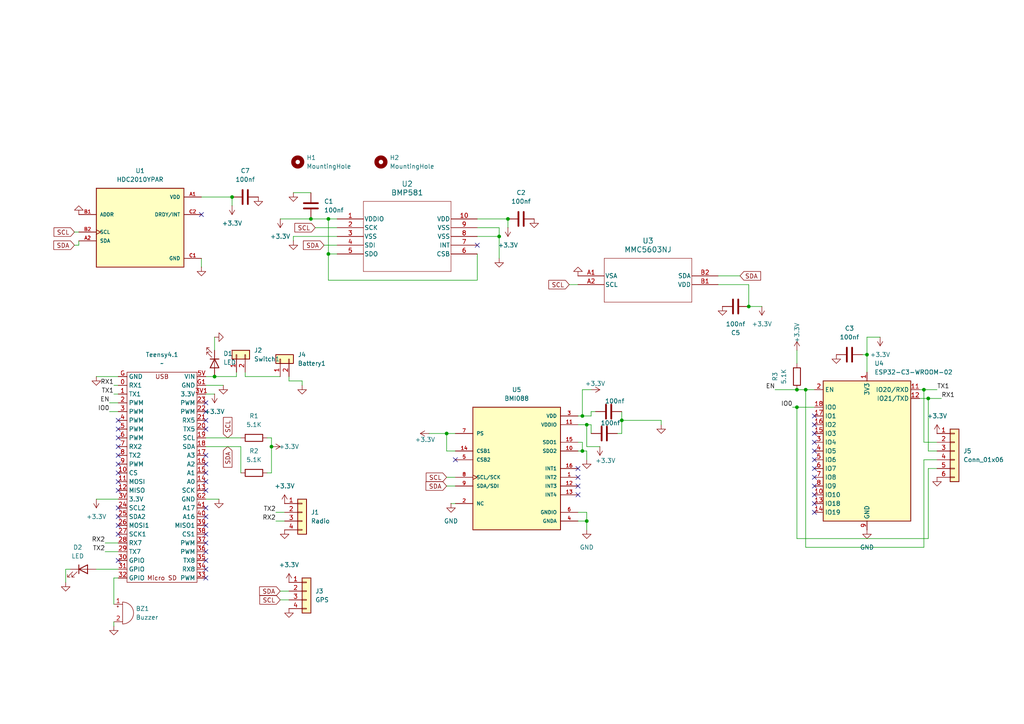
<source format=kicad_sch>
(kicad_sch (version 20250114) (generator "eeschema") (generator_version "9.0")
  (paper "A4")
  (lib_symbols
    (symbol "Altimer parts:BMP581" (pin_names (offset 0.254))
      (property "Reference" "U" (at 20.32 10.16 0))
      (property "Value" "BMP581" (at 20.32 7.62 0))
      (symbol "BMP581_0_1"
        (polyline (pts (xy 7.62 5.08) (xy 7.62 -15.24)) (stroke (width 0.127)))
        (polyline (pts (xy 7.62 -15.24) (xy 33.02 -15.24)) (stroke (width 0.127)))
        (polyline (pts (xy 33.02 5.08) (xy 7.62 5.08)) (stroke (width 0.127)))
        (polyline (pts (xy 33.02 -15.24) (xy 33.02 5.08)) (stroke (width 0.127)))
        (pin power_in line (at 0 0 0) (length 7.62) (name "VDDIO") (number "1"))
        (pin unspecified line (at 0 -2.54 0) (length 7.62) (name "SCK") (number "2"))
        (pin power_out line (at 0 -5.08 0) (length 7.62) (name "VSS") (number "3"))
        (pin unspecified line (at 0 -7.62 0) (length 7.62) (name "SDI") (number "4"))
        (pin unspecified line (at 0 -10.16 0) (length 7.62) (name "SDO") (number "5"))
        (pin power_in line (at 40.64 0 180) (length 7.62) (name "VDD") (number "10"))
        (pin power_out line (at 40.64 -2.54 180) (length 7.62) (name "VSS") (number "9"))
        (pin power_out line (at 40.64 -5.08 180) (length 7.62) (name "VSS") (number "8"))
        (pin input line (at 40.64 -7.62 180) (length 7.62) (name "INT") (number "7"))
        (pin unspecified line (at 40.64 -10.16 180) (length 7.62) (name "CSB") (number "6"))
      )
    )
    (symbol "Connector_Generic:Conn_01x02" (pin_names (offset 1.016) (hide yes))
      (property "Reference" "J" (at 0 2.54 0))
      (property "Value" "Conn_01x02" (at 0 -5.08 0))
      (symbol "Conn_01x02_1_1"
        (rectangle (start -1.27 1.27) (end 1.27 -3.81) (stroke (width 0.254)) (fill (type background)))
        (rectangle (start -1.27 0.127) (end 0 -0.127) (stroke (width 0.1524)))
        (rectangle (start -1.27 -2.413) (end 0 -2.667) (stroke (width 0.1524)))
        (pin passive line (at -5.08 0 0) (length 3.81) (name "Pin_1") (number "1"))
        (pin passive line (at -5.08 -2.54 0) (length 3.81) (name "Pin_2") (number "2"))
      )
    )
    (symbol "Connector_Generic:Conn_01x04" (pin_names (offset 1.016) (hide yes))
      (property "Reference" "J" (at 0 5.08 0))
      (property "Value" "Conn_01x04" (at 0 -7.62 0))
      (symbol "Conn_01x04_1_1"
        (rectangle (start -1.27 3.81) (end 1.27 -6.35) (stroke (width 0.254)) (fill (type background)))
        (rectangle (start -1.27 2.667) (end 0 2.413) (stroke (width 0.1524)))
        (rectangle (start -1.27 0.127) (end 0 -0.127) (stroke (width 0.1524)))
        (rectangle (start -1.27 -2.413) (end 0 -2.667) (stroke (width 0.1524)))
        (rectangle (start -1.27 -4.953) (end 0 -5.207) (stroke (width 0.1524)))
        (pin passive line (at -5.08 2.54 0) (length 3.81) (name "Pin_1") (number "1"))
        (pin passive line (at -5.08 0 0) (length 3.81) (name "Pin_2") (number "2"))
        (pin passive line (at -5.08 -2.54 0) (length 3.81) (name "Pin_3") (number "3"))
        (pin passive line (at -5.08 -5.08 0) (length 3.81) (name "Pin_4") (number "4"))
      )
    )
    (symbol "Connector_Generic:Conn_01x06" (pin_names (offset 1.016) (hide yes))
      (property "Reference" "J" (at 0 7.62 0))
      (property "Value" "Conn_01x06" (at 0 -10.16 0))
      (symbol "Conn_01x06_1_1"
        (rectangle (start -1.27 6.35) (end 1.27 -8.89) (stroke (width 0.254)) (fill (type background)))
        (rectangle (start -1.27 5.207) (end 0 4.953) (stroke (width 0.1524)))
        (rectangle (start -1.27 2.667) (end 0 2.413) (stroke (width 0.1524)))
        (rectangle (start -1.27 0.127) (end 0 -0.127) (stroke (width 0.1524)))
        (rectangle (start -1.27 -2.413) (end 0 -2.667) (stroke (width 0.1524)))
        (rectangle (start -1.27 -4.953) (end 0 -5.207) (stroke (width 0.1524)))
        (rectangle (start -1.27 -7.493) (end 0 -7.747) (stroke (width 0.1524)))
        (pin passive line (at -5.08 5.08 0) (length 3.81) (name "Pin_1") (number "1"))
        (pin passive line (at -5.08 2.54 0) (length 3.81) (name "Pin_2") (number "2"))
        (pin passive line (at -5.08 0 0) (length 3.81) (name "Pin_3") (number "3"))
        (pin passive line (at -5.08 -2.54 0) (length 3.81) (name "Pin_4") (number "4"))
        (pin passive line (at -5.08 -5.08 0) (length 3.81) (name "Pin_5") (number "5"))
        (pin passive line (at -5.08 -7.62 0) (length 3.81) (name "Pin_6") (number "6"))
      )
    )
    (symbol "Device:Buzzer" (pin_names (offset 0.0254) (hide yes))
      (property "Reference" "BZ" (at 3.81 1.27 0))
      (property "Value" "Buzzer" (at 3.81 -1.27 0))
      (symbol "Buzzer_0_1"
        (polyline (pts (xy -1.651 1.905) (xy -1.143 1.905)))
        (polyline (pts (xy -1.397 2.159) (xy -1.397 1.651)))
        (arc (start 0 3.175) (mid 3.1612 0) (end 0 -3.175))
        (polyline (pts (xy 0 3.175) (xy 0 -3.175)))
      )
      (symbol "Buzzer_1_1"
        (pin passive line (at -2.54 2.54 0) (length 2.54) (name "+") (number "1"))
        (pin passive line (at -2.54 -2.54 0) (length 2.54) (name "-") (number "2"))
      )
    )
    (symbol "Device:C" (pin_numbers (hide yes)) (pin_names (offset 0.254))
      (property "Reference" "C" (at 0.635 2.54 0))
      (property "Value" "C" (at 0.635 -2.54 0))
      (symbol "C_0_1"
        (polyline (pts (xy -2.032 0.762) (xy 2.032 0.762)) (stroke (width 0.508)))
        (polyline (pts (xy -2.032 -0.762) (xy 2.032 -0.762)) (stroke (width 0.508)))
      )
      (symbol "C_1_1"
        (pin passive line (at 0 3.81 270) (length 2.794) (name "~") (number "1"))
        (pin passive line (at 0 -3.81 90) (length 2.794) (name "~") (number "2"))
      )
    )
    (symbol "Device:LED" (pin_numbers (hide yes)) (pin_names (offset 1.016) (hide yes))
      (property "Reference" "D" (at 0 2.54 0))
      (property "Value" "LED" (at 0 -2.54 0))
      (symbol "LED_0_1"
        (polyline (pts (xy -3.048 -0.762) (xy -4.572 -2.286) (xy -3.81 -2.286) (xy -4.572 -2.286) (xy -4.572 -1.524)))
        (polyline (pts (xy -1.778 -0.762) (xy -3.302 -2.286) (xy -2.54 -2.286) (xy -3.302 -2.286) (xy -3.302 -1.524)))
        (polyline (pts (xy -1.27 0) (xy 1.27 0)))
        (polyline (pts (xy -1.27 -1.27) (xy -1.27 1.27)) (stroke (width 0.254)))
        (polyline (pts (xy 1.27 -1.27) (xy 1.27 1.27) (xy -1.27 0) (xy 1.27 -1.27)) (stroke (width 0.254)))
      )
      (symbol "LED_1_1"
        (pin passive line (at -3.81 0 0) (length 2.54) (name "K") (number "1"))
        (pin passive line (at 3.81 0 180) (length 2.54) (name "A") (number "2"))
      )
    )
    (symbol "Device:R" (pin_numbers (hide yes)) (pin_names (offset 0))
      (property "Reference" "R" (at 2.032 0 90))
      (property "Value" "R" (at 0 0 90))
      (symbol "R_0_1"
        (rectangle (start -1.016 -2.54) (end 1.016 2.54) (stroke (width 0.254)))
      )
      (symbol "R_1_1"
        (pin passive line (at 0 3.81 270) (length 1.27) (name "~") (number "1"))
        (pin passive line (at 0 -3.81 90) (length 1.27) (name "~") (number "2"))
      )
    )
    (symbol "HDC2010YPAR:HDC2010YPAR" (pin_names (offset 1.016))
      (property "Reference" "U" (at -12.7 11.43 0))
      (property "Value" "HDC2010YPAR" (at -12.7 -13.97 0))
      (symbol "HDC2010YPAR_0_0"
        (rectangle (start -12.7 -12.7) (end 12.7 10.16) (stroke (width 0.254)) (fill (type background)))
        (pin input line (at -17.78 2.54 0) (length 5.08) (name "ADDR") (number "B1"))
        (pin input clock (at -17.78 -2.54 0) (length 5.08) (name "SCL") (number "B2"))
        (pin bidirectional line (at -17.78 -5.08 0) (length 5.08) (name "SDA") (number "A2"))
        (pin power_in line (at 17.78 7.62 180) (length 5.08) (name "VDD") (number "A1"))
        (pin output line (at 17.78 2.54 180) (length 5.08) (name "DRDY/INT") (number "C2"))
        (pin power_in line (at 17.78 -10.16 180) (length 5.08) (name "GND") (number "C1"))
      )
    )
    (symbol "Mechanical:MountingHole" (pin_names (offset 1.016)) (in_bom no)
      (property "Reference" "H" (at 0 5.08 0))
      (property "Value" "MountingHole" (at 0 3.175 0))
      (symbol "MountingHole_0_1"
        (circle (center 0 0) (radius 1.27) (stroke (width 1.27)))
      )
    )
    (symbol "New IMU:BMI088" (pin_names (offset 1.016))
      (property "Reference" "U" (at -12.7 18.415 0))
      (property "Value" "BMI088" (at -12.7 -20.32 0))
      (symbol "BMI088_0_0"
        (rectangle (start -12.7 -17.78) (end 12.7 17.78) (stroke (width 0.254)) (fill (type background)))
        (pin input line (at -17.78 10.16 0) (length 5.08) (name "PS") (number "7"))
        (pin input line (at -17.78 5.08 0) (length 5.08) (name "CSB1") (number "14"))
        (pin input line (at -17.78 2.54 0) (length 5.08) (name "CSB2") (number "5"))
        (pin input clock (at -17.78 -2.54 0) (length 5.08) (name "SCL/SCK") (number "8"))
        (pin bidirectional line (at -17.78 -5.08 0) (length 5.08) (name "SDA/SDI") (number "9"))
        (pin passive line (at -17.78 -10.16 0) (length 5.08) (name "NC") (number "2"))
        (pin power_in line (at 17.78 15.24 180) (length 5.08) (name "VDD") (number "3"))
        (pin power_in line (at 17.78 12.7 180) (length 5.08) (name "VDDIO") (number "11"))
        (pin output line (at 17.78 7.62 180) (length 5.08) (name "SDO1") (number "15"))
        (pin output line (at 17.78 5.08 180) (length 5.08) (name "SDO2") (number "10"))
        (pin bidirectional line (at 17.78 0 180) (length 5.08) (name "INT1") (number "16"))
        (pin bidirectional line (at 17.78 -2.54 180) (length 5.08) (name "INT2") (number "1"))
        (pin bidirectional line (at 17.78 -5.08 180) (length 5.08) (name "INT3") (number "12"))
        (pin bidirectional line (at 17.78 -7.62 180) (length 5.08) (name "INT4") (number "13"))
        (pin power_in line (at 17.78 -12.7 180) (length 5.08) (name "GNDIO") (number "6"))
        (pin power_in line (at 17.78 -15.24 180) (length 5.08) (name "GNDA") (number "4"))
      )
    )
    (symbol "New IMU:MMC5603NJ" (pin_names (offset 0.254))
      (property "Reference" "U" (at 20.32 10.16 0))
      (property "Value" "MMC5603NJ" (at 20.32 7.62 0))
      (symbol "MMC5603NJ_0_1"
        (polyline (pts (xy 7.62 5.08) (xy 7.62 -7.62)) (stroke (width 0.127)))
        (polyline (pts (xy 7.62 -7.62) (xy 33.02 -7.62)) (stroke (width 0.127)))
        (polyline (pts (xy 33.02 5.08) (xy 7.62 5.08)) (stroke (width 0.127)))
        (polyline (pts (xy 33.02 -7.62) (xy 33.02 5.08)) (stroke (width 0.127)))
        (pin power_out line (at 0 0 0) (length 7.62) (name "VSA") (number "A1"))
        (pin input line (at 0 -2.54 0) (length 7.62) (name "SCL") (number "A2"))
        (pin bidirectional line (at 40.64 0 180) (length 7.62) (name "SDA") (number "B2"))
        (pin power_in line (at 40.64 -2.54 180) (length 7.62) (name "VDD") (number "B1"))
      )
    )
    (symbol "RF_Module:ESP32-C3-WROOM-02"
      (property "Reference" "U" (at -12.192 21.336 0))
      (property "Value" "ESP32-C3-WROOM-02" (at 12.192 21.336 0))
      (symbol "ESP32-C3-WROOM-02_1_1"
        (rectangle (start -12.7 20.32) (end 12.7 -20.32) (stroke (width 0.254)) (fill (type background)))
        (pin input line (at -15.24 17.78 0) (length 2.54) (name "EN") (number "2"))
        (pin bidirectional line (at -15.24 12.7 0) (length 2.54) (name "IO0") (number "18"))
        (pin bidirectional line (at -15.24 10.16 0) (length 2.54) (name "IO1") (number "17"))
        (pin bidirectional line (at -15.24 7.62 0) (length 2.54) (name "IO2") (number "16"))
        (pin bidirectional line (at -15.24 5.08 0) (length 2.54) (name "IO3") (number "15"))
        (pin bidirectional line (at -15.24 2.54 0) (length 2.54) (name "IO4") (number "3"))
        (pin bidirectional line (at -15.24 0 0) (length 2.54) (name "IO5") (number "4"))
        (pin bidirectional line (at -15.24 -2.54 0) (length 2.54) (name "IO6") (number "5"))
        (pin bidirectional line (at -15.24 -5.08 0) (length 2.54) (name "IO7") (number "6"))
        (pin bidirectional line (at -15.24 -7.62 0) (length 2.54) (name "IO8") (number "7"))
        (pin bidirectional line (at -15.24 -10.16 0) (length 2.54) (name "IO9") (number "8"))
        (pin bidirectional line (at -15.24 -12.7 0) (length 2.54) (name "IO10") (number "10"))
        (pin bidirectional line (at -15.24 -15.24 0) (length 2.54) (name "IO18") (number "13"))
        (pin bidirectional line (at -15.24 -17.78 0) (length 2.54) (name "IO19") (number "14"))
        (pin power_in line (at 0 22.86 270) (length 2.54) (name "3V3") (number "1"))
        (pin passive line (at 0 -22.86 90) (length 2.54) (hide yes) (name "GND") (number "19"))
        (pin power_in line (at 0 -22.86 90) (length 2.54) (name "GND") (number "9"))
        (pin bidirectional line (at 15.24 17.78 180) (length 2.54) (name "IO20/RXD") (number "11"))
        (pin bidirectional line (at 15.24 15.24 180) (length 2.54) (name "IO21/TXD") (number "12"))
      )
    )
    (symbol "power:+3.3V" (power) (pin_numbers (hide yes)) (pin_names (offset 0) (hide yes))
      (property "Value" "+3.3V" (at 0 3.556 0))
      (symbol "+3.3V_0_1"
        (polyline (pts (xy -0.762 1.27) (xy 0 2.54)))
        (polyline (pts (xy 0 2.54) (xy 0.762 1.27)))
        (polyline (pts (xy 0 0) (xy 0 2.54)))
      )
      (symbol "+3.3V_1_1"
        (pin power_in line (at 0 0 90) (length 0) (name "~") (number "1"))
      )
    )
    (symbol "power:GND" (power) (pin_numbers (hide yes)) (pin_names (offset 0) (hide yes))
      (property "Value" "GND" (at 0 -3.81 0))
      (symbol "GND_0_1"
        (polyline (pts (xy 0 0) (xy 0 -1.27) (xy 1.27 -1.27) (xy 0 -2.54) (xy -1.27 -1.27) (xy 0 -1.27)))
      )
      (symbol "GND_1_1"
        (pin power_in line (at 0 0 270) (length 0) (name "~") (number "1"))
      )
    )
    (symbol "teensy:Teensy4.1"
      (property "Reference" "Teensy4.1" (at 0 0 90))
      (symbol "Teensy4.1_0_1"
        (rectangle (start -10.16 30.48) (end 10.16 -30.48))
      )
      (symbol "Teensy4.1_1_1"
        (text "USB" (at 0 29.21 0) (effects (font (size 1.27 1.27))))
        (text "Micro SD" (at 0 -29.21 0) (effects (font (size 1.27 1.27))))
        (pin input line (at -12.7 29.21 0) (length 2.54) (name "GND") (number "G"))
        (pin input line (at -12.7 26.67 0) (length 2.54) (name "RX1") (number "0"))
        (pin input line (at -12.7 24.13 0) (length 2.54) (name "TX1") (number "1"))
        (pin input line (at -12.7 21.59 0) (length 2.54) (name "PWM") (number "2"))
        (pin input line (at -12.7 19.05 0) (length 2.54) (name "PWM") (number "3"))
        (pin input line (at -12.7 16.51 0) (length 2.54) (name "PWM") (number "4"))
        (pin input line (at -12.7 13.97 0) (length 2.54) (name "PWM") (number "5"))
        (pin input line (at -12.7 11.43 0) (length 2.54) (name "PWM") (number "6"))
        (pin input line (at -12.7 8.89 0) (length 2.54) (name "RX2") (number "7"))
        (pin input line (at -12.7 6.35 0) (length 2.54) (name "TX2") (number "8"))
        (pin input line (at -12.7 3.81 0) (length 2.54) (name "PWM") (number "9"))
        (pin input line (at -12.7 1.27 0) (length 2.54) (name "CS") (number "10"))
        (pin input line (at -12.7 -1.27 0) (length 2.54) (name "MOSI") (number "11"))
        (pin input line (at -12.7 -3.81 0) (length 2.54) (name "MISO") (number "12"))
        (pin input line (at -12.7 -6.35 0) (length 2.54) (name "3.3V") (number "3V"))
        (pin input line (at -12.7 -8.89 0) (length 2.54) (name "SCL2") (number "24"))
        (pin input line (at -12.7 -11.43 0) (length 2.54) (name "SDA2") (number "25"))
        (pin input line (at -12.7 -13.97 0) (length 2.54) (name "MOSI1") (number "26"))
        (pin input line (at -12.7 -16.51 0) (length 2.54) (name "SCK1") (number "27"))
        (pin input line (at -12.7 -19.05 0) (length 2.54) (name "RX7") (number "28"))
        (pin input line (at -12.7 -21.59 0) (length 2.54) (name "TX7") (number "29"))
        (pin input line (at -12.7 -24.13 0) (length 2.54) (name "GPIO") (number "30"))
        (pin input line (at -12.7 -26.67 0) (length 2.54) (name "GPIO") (number "31"))
        (pin input line (at -12.7 -29.21 0) (length 2.54) (name "GPIO") (number "32"))
        (pin input line (at 12.7 29.21 180) (length 2.54) (name "VIN") (number "5V"))
        (pin input line (at 12.7 26.67 180) (length 2.54) (name "GND") (number "G1"))
        (pin input line (at 12.7 24.13 180) (length 2.54) (name "3.3V") (number "3V1"))
        (pin input line (at 12.7 21.59 180) (length 2.54) (name "PWM") (number "23"))
        (pin input line (at 12.7 19.05 180) (length 2.54) (name "PWM") (number "22"))
        (pin input line (at 12.7 16.51 180) (length 2.54) (name "RX5") (number "21"))
        (pin input line (at 12.7 13.97 180) (length 2.54) (name "TX5") (number "20"))
        (pin input line (at 12.7 11.43 180) (length 2.54) (name "SCL") (number "19"))
        (pin input line (at 12.7 8.89 180) (length 2.54) (name "SDA") (number "18"))
        (pin input line (at 12.7 6.35 180) (length 2.54) (name "A3") (number "17"))
        (pin input line (at 12.7 3.81 180) (length 2.54) (name "A2") (number "16"))
        (pin input line (at 12.7 1.27 180) (length 2.54) (name "A1") (number "15"))
        (pin input line (at 12.7 -1.27 180) (length 2.54) (name "A0") (number "14"))
        (pin input line (at 12.7 -3.81 180) (length 2.54) (name "SCK") (number "13"))
        (pin input line (at 12.7 -6.35 180) (length 2.54) (name "GND") (number "G2"))
        (pin input line (at 12.7 -8.89 180) (length 2.54) (name "A17") (number "41"))
        (pin input line (at 12.7 -11.43 180) (length 2.54) (name "A16") (number "40"))
        (pin input line (at 12.7 -13.97 180) (length 2.54) (name "MISO1") (number "39"))
        (pin input line (at 12.7 -16.51 180) (length 2.54) (name "CS1") (number "38"))
        (pin input line (at 12.7 -19.05 180) (length 2.54) (name "PWM") (number "37"))
        (pin input line (at 12.7 -21.59 180) (length 2.54) (name "PWM") (number "36"))
        (pin input line (at 12.7 -24.13 180) (length 2.54) (name "TX8") (number "35"))
        (pin input line (at 12.7 -26.67 180) (length 2.54) (name "RX8") (number "34"))
        (pin input line (at 12.7 -29.21 180) (length 2.54) (name "PWM") (number "33"))
      )
    )
  )
  (junction (at 147.32 63.5))
  (junction (at 67.31 57.15))
  (junction (at 231.14 118.11))
  (junction (at 180.34 121.92))
  (junction (at 129.54 125.73))
  (junction (at 90.17 63.5))
  (junction (at 233.68 113.03))
  (junction (at 170.18 151.13))
  (junction (at 62.23 109.22))
  (junction (at 78.74 129.54))
  (junction (at 95.25 73.66))
  (junction (at 217.17 88.9))
  (junction (at 170.18 123.19))
  (junction (at 269.24 115.57))
  (junction (at 251.46 102.87))
  (junction (at 144.78 68.58))
  (junction (at 168.91 130.81))
  (junction (at 231.14 113.03))
  (junction (at 168.91 120.65))
  (junction (at 267.97 113.03))
  (junction (at 95.25 63.5))
  (no_connect (at 34.29 149.86))
  (no_connect (at 34.29 152.4))
  (no_connect (at 236.22 140.97))
  (no_connect (at 59.69 154.94))
  (no_connect (at 34.29 134.62))
  (no_connect (at 236.22 128.27))
  (no_connect (at 236.22 123.19))
  (no_connect (at 138.43 71.12))
  (no_connect (at 236.22 135.89))
  (no_connect (at 59.69 142.24))
  (no_connect (at 59.69 149.86))
  (no_connect (at 34.29 162.56))
  (no_connect (at 59.69 147.32))
  (no_connect (at 167.64 135.89))
  (no_connect (at 34.29 147.32))
  (no_connect (at 59.69 134.62))
  (no_connect (at 59.69 162.56))
  (no_connect (at 236.22 130.81))
  (no_connect (at 167.64 140.97))
  (no_connect (at 34.29 139.7))
  (no_connect (at 236.22 133.35))
  (no_connect (at 59.69 116.84))
  (no_connect (at 59.69 121.92))
  (no_connect (at 132.08 133.35))
  (no_connect (at 34.29 132.08))
  (no_connect (at 59.69 160.02))
  (no_connect (at 34.29 124.46))
  (no_connect (at 34.29 137.16))
  (no_connect (at 236.22 148.59))
  (no_connect (at 59.69 124.46))
  (no_connect (at 236.22 120.65))
  (no_connect (at 59.69 132.08))
  (no_connect (at 34.29 142.24))
  (no_connect (at 59.69 137.16))
  (no_connect (at 59.69 165.1))
  (no_connect (at 34.29 129.54))
  (no_connect (at 236.22 143.51))
  (no_connect (at 236.22 125.73))
  (no_connect (at 59.69 119.38))
  (no_connect (at 59.69 139.7))
  (no_connect (at 58.42 62.23))
  (no_connect (at 59.69 157.48))
  (no_connect (at 167.64 138.43))
  (no_connect (at 59.69 167.64))
  (no_connect (at 34.29 121.92))
  (no_connect (at 236.22 138.43))
  (no_connect (at 34.29 127))
  (no_connect (at 59.69 152.4))
  (no_connect (at 34.29 154.94))
  (no_connect (at 167.64 143.51))
  (no_connect (at 236.22 146.05))
  (wire (pts (xy 90.17 63.5) (xy 81.28 63.5)))
  (wire (pts (xy 179.07 125.73) (xy 180.34 125.73)))
  (wire (pts (xy 59.69 144.78) (xy 63.5 144.78)))
  (wire (pts (xy 168.91 128.27) (xy 168.91 130.81)))
  (wire (pts (xy 31.75 116.84) (xy 34.29 116.84)))
  (wire (pts (xy 33.02 180.34) (xy 33.02 181.61)))
  (wire (pts (xy 233.68 158.75) (xy 233.68 113.03)))
  (wire (pts (xy 269.24 135.89) (xy 269.24 156.21)))
  (wire (pts (xy 27.94 144.78) (xy 34.29 144.78)))
  (wire (pts (xy 30.48 157.48) (xy 34.29 157.48)))
  (wire (pts (xy 180.34 125.73) (xy 180.34 121.92)))
  (wire (pts (xy 231.14 113.03) (xy 233.68 113.03)))
  (wire (pts (xy 62.23 97.79) (xy 62.23 101.6)))
  (wire (pts (xy 165.1 82.55) (xy 167.64 82.55)))
  (wire (pts (xy 59.69 129.54) (xy 69.85 129.54)))
  (wire (pts (xy 167.64 130.81) (xy 168.91 130.81)))
  (wire (pts (xy 97.79 63.5) (xy 95.25 63.5)))
  (wire (pts (xy 97.79 71.12) (xy 93.98 71.12)))
  (wire (pts (xy 147.32 66.04) (xy 147.32 63.5)))
  (wire (pts (xy 138.43 73.66) (xy 138.43 81.28)))
  (wire (pts (xy 231.14 105.41) (xy 231.14 101.6)))
  (wire (pts (xy 167.64 123.19) (xy 170.18 123.19)))
  (wire (pts (xy 168.91 130.81) (xy 170.18 130.81)))
  (wire (pts (xy 129.54 125.73) (xy 132.08 125.73)))
  (wire (pts (xy 138.43 68.58) (xy 144.78 68.58)))
  (wire (pts (xy 33.02 175.26) (xy 33.02 167.64)))
  (wire (pts (xy 251.46 102.87) (xy 251.46 107.95)))
  (wire (pts (xy 170.18 129.54) (xy 170.18 123.19)))
  (wire (pts (xy 168.91 120.65) (xy 171.45 120.65)))
  (wire (pts (xy 58.42 77.47) (xy 58.42 74.93)))
  (wire (pts (xy 95.25 81.28) (xy 95.25 73.66)))
  (wire (pts (xy 271.78 113.03) (xy 267.97 113.03)))
  (wire (pts (xy 167.64 128.27) (xy 168.91 128.27)))
  (wire (pts (xy 95.25 73.66) (xy 95.25 63.5)))
  (wire (pts (xy 138.43 63.5) (xy 147.32 63.5)))
  (wire (pts (xy 30.48 160.02) (xy 34.29 160.02)))
  (wire (pts (xy 217.17 82.55) (xy 217.17 88.9)))
  (wire (pts (xy 27.94 165.1) (xy 34.29 165.1)))
  (wire (pts (xy 78.74 137.16) (xy 78.74 129.54)))
  (wire (pts (xy 31.75 119.38) (xy 34.29 119.38)))
  (wire (pts (xy 170.18 130.81) (xy 170.18 133.35)))
  (wire (pts (xy 229.87 118.11) (xy 231.14 118.11)))
  (wire (pts (xy 170.18 123.19) (xy 171.45 123.19)))
  (wire (pts (xy 20.32 165.1) (xy 19.05 165.1)))
  (wire (pts (xy 81.28 171.45) (xy 83.82 171.45)))
  (wire (pts (xy 62.23 109.22) (xy 68.58 109.22)))
  (wire (pts (xy 124.46 125.73) (xy 129.54 125.73)))
  (wire (pts (xy 271.78 128.27) (xy 267.97 128.27)))
  (wire (pts (xy 85.09 68.58) (xy 85.09 69.85)))
  (wire (pts (xy 19.05 165.1) (xy 19.05 168.91)))
  (wire (pts (xy 129.54 140.97) (xy 132.08 140.97)))
  (wire (pts (xy 191.77 121.92) (xy 180.34 121.92)))
  (wire (pts (xy 67.31 59.69) (xy 67.31 57.15)))
  (wire (pts (xy 77.47 137.16) (xy 78.74 137.16)))
  (wire (pts (xy 129.54 130.81) (xy 129.54 125.73)))
  (wire (pts (xy 273.05 115.57) (xy 269.24 115.57)))
  (wire (pts (xy 95.25 73.66) (xy 97.79 73.66)))
  (wire (pts (xy 78.74 129.54) (xy 78.74 127)))
  (wire (pts (xy 59.69 109.22) (xy 62.23 109.22)))
  (wire (pts (xy 130.81 146.05) (xy 132.08 146.05)))
  (wire (pts (xy 191.77 121.92) (xy 191.77 123.19)))
  (wire (pts (xy 267.97 128.27) (xy 267.97 113.03)))
  (wire (pts (xy 167.64 120.65) (xy 168.91 120.65)))
  (wire (pts (xy 83.82 109.22) (xy 83.82 110.49)))
  (wire (pts (xy 170.18 151.13) (xy 170.18 153.67)))
  (wire (pts (xy 22.86 69.85) (xy 22.86 71.12)))
  (wire (pts (xy 269.24 156.21) (xy 231.14 156.21)))
  (wire (pts (xy 71.12 107.95) (xy 71.12 109.22)))
  (wire (pts (xy 33.02 167.64) (xy 34.29 167.64)))
  (wire (pts (xy 167.64 148.59) (xy 170.18 148.59)))
  (wire (pts (xy 167.64 151.13) (xy 170.18 151.13)))
  (wire (pts (xy 62.23 114.3) (xy 59.69 114.3)))
  (wire (pts (xy 138.43 81.28) (xy 95.25 81.28)))
  (wire (pts (xy 21.59 67.31) (xy 22.86 67.31)))
  (wire (pts (xy 231.14 118.11) (xy 236.22 118.11)))
  (wire (pts (xy 77.47 127) (xy 78.74 127)))
  (wire (pts (xy 27.94 109.22) (xy 34.29 109.22)))
  (wire (pts (xy 87.63 110.49) (xy 83.82 110.49)))
  (wire (pts (xy 138.43 66.04) (xy 144.78 66.04)))
  (wire (pts (xy 171.45 119.38) (xy 172.72 119.38)))
  (wire (pts (xy 250.19 102.87) (xy 251.46 102.87)))
  (wire (pts (xy 233.68 113.03) (xy 236.22 113.03)))
  (wire (pts (xy 224.79 113.03) (xy 231.14 113.03)))
  (wire (pts (xy 267.97 133.35) (xy 267.97 158.75)))
  (wire (pts (xy 81.28 173.99) (xy 83.82 173.99)))
  (wire (pts (xy 251.46 97.79) (xy 251.46 102.87)))
  (wire (pts (xy 269.24 115.57) (xy 269.24 130.81)))
  (wire (pts (xy 132.08 130.81) (xy 129.54 130.81)))
  (wire (pts (xy 80.01 151.13) (xy 82.55 151.13)))
  (wire (pts (xy 271.78 133.35) (xy 267.97 133.35)))
  (wire (pts (xy 208.28 80.01) (xy 214.63 80.01)))
  (wire (pts (xy 208.28 82.55) (xy 217.17 82.55)))
  (wire (pts (xy 71.12 109.22) (xy 81.28 109.22)))
  (wire (pts (xy 171.45 120.65) (xy 171.45 119.38)))
  (wire (pts (xy 271.78 130.81) (xy 269.24 130.81)))
  (wire (pts (xy 95.25 63.5) (xy 90.17 63.5)))
  (wire (pts (xy 269.24 115.57) (xy 266.7 115.57)))
  (wire (pts (xy 255.27 97.79) (xy 251.46 97.79)))
  (wire (pts (xy 217.17 88.9) (xy 220.98 88.9)))
  (wire (pts (xy 171.45 113.03) (xy 168.91 113.03)))
  (wire (pts (xy 97.79 68.58) (xy 85.09 68.58)))
  (wire (pts (xy 129.54 138.43) (xy 132.08 138.43)))
  (wire (pts (xy 33.02 114.3) (xy 34.29 114.3)))
  (wire (pts (xy 59.69 127) (xy 69.85 127)))
  (wire (pts (xy 171.45 123.19) (xy 171.45 125.73)))
  (wire (pts (xy 80.01 148.59) (xy 82.55 148.59)))
  (wire (pts (xy 87.63 110.49) (xy 87.63 111.76)))
  (wire (pts (xy 69.85 137.16) (xy 69.85 129.54)))
  (wire (pts (xy 59.69 111.76) (xy 64.77 111.76)))
  (wire (pts (xy 267.97 113.03) (xy 266.7 113.03)))
  (wire (pts (xy 180.34 121.92) (xy 180.34 119.38)))
  (wire (pts (xy 271.78 135.89) (xy 269.24 135.89)))
  (wire (pts (xy 85.09 55.88) (xy 90.17 55.88)))
  (wire (pts (xy 233.68 158.75) (xy 267.97 158.75)))
  (wire (pts (xy 33.02 111.76) (xy 34.29 111.76)))
  (wire (pts (xy 168.91 113.03) (xy 168.91 120.65)))
  (wire (pts (xy 170.18 148.59) (xy 170.18 151.13)))
  (wire (pts (xy 231.14 156.21) (xy 231.14 118.11)))
  (wire (pts (xy 144.78 74.93) (xy 144.78 68.58)))
  (wire (pts (xy 58.42 57.15) (xy 67.31 57.15)))
  (wire (pts (xy 91.44 66.04) (xy 97.79 66.04)))
  (wire (pts (xy 173.99 129.54) (xy 170.18 129.54)))
  (wire (pts (xy 22.86 71.12) (xy 21.59 71.12)))
  (wire (pts (xy 144.78 66.04) (xy 144.78 68.58)))
  (wire (pts (xy 68.58 107.95) (xy 68.58 109.22)))
  (label "IO0" (at 229.87 118.11 180))
  (label "TX2" (at 30.48 160.02 180))
  (label "RX1" (at 273.05 115.57 0))
  (label "EN" (at 31.75 116.84 180))
  (label "EN" (at 224.79 113.03 180))
  (label "IO0" (at 31.75 119.38 180))
  (label "RX1" (at 33.02 111.76 180))
  (label "RX2" (at 80.01 151.13 180))
  (label "TX1" (at 271.78 113.03 0))
  (label "TX1" (at 33.02 114.3 180))
  (label "RX2" (at 30.48 157.48 180))
  (label "TX2" (at 80.01 148.59 180))
  (label "" (at 82.55 148.59 180))
  (global_label "SCL" (shape input) (at 129.54 138.43 180) (property "Intersheetrefs" "${INTERSHEET_REFS}" (effects (hide yes))))
  (global_label "SDA" (shape input) (at 21.59 71.12 180) (property "Intersheetrefs" "${INTERSHEET_REFS}" (effects (hide yes))))
  (global_label "SDA" (shape input) (at 66.04 129.54 270) (property "Intersheetrefs" "${INTERSHEET_REFS}" (effects (hide yes))))
  (global_label "SDA" (shape input) (at 93.98 71.12 180) (property "Intersheetrefs" "${INTERSHEET_REFS}" (effects (hide yes))))
  (global_label "SCL" (shape input) (at 21.59 67.31 180) (property "Intersheetrefs" "${INTERSHEET_REFS}" (effects (hide yes))))
  (global_label "SCL" (shape input) (at 81.28 173.99 180) (property "Intersheetrefs" "${INTERSHEET_REFS}" (effects (hide yes))))
  (global_label "SCL" (shape input) (at 165.1 82.55 180) (property "Intersheetrefs" "${INTERSHEET_REFS}" (effects (hide yes))))
  (global_label "SDA" (shape input) (at 81.28 171.45 180) (property "Intersheetrefs" "${INTERSHEET_REFS}" (effects (hide yes))))
  (global_label "SCL" (shape input) (at 91.44 66.04 180) (property "Intersheetrefs" "${INTERSHEET_REFS}" (effects (hide yes))))
  (global_label "SCL" (shape input) (at 66.04 127 90) (property "Intersheetrefs" "${INTERSHEET_REFS}" (effects (hide yes))))
  (global_label "SDA" (shape input) (at 214.63 80.01 0) (property "Intersheetrefs" "${INTERSHEET_REFS}" (effects (hide yes))))
  (global_label "SDA" (shape input) (at 129.54 140.97 180) (property "Intersheetrefs" "${INTERSHEET_REFS}" (effects (hide yes))))
  (symbol (lib_id "Device:C") (at 151.13 63.5 270) (unit 1)
    (property "Reference" "C2" (at 151.13 55.88 90))
    (property "Value" "100nf" (at 151.13 58.42 90))
    (property "Footprint" "Capacitor_SMD:C_0603_1608Metric" (effects (hide yes)))
    (property "Description" "Unpolarized capacitor" (effects (hide yes)))
  )
  (symbol (lib_id "power:+3.3V") (at 171.45 113.03 270) (unit 1)
    (property "Reference" "#PWR028" (effects (hide yes)))
    (property "Value" "+3.3V" (at 169.672 111.252 90) (effects (justify left)))
    (property "Description" "Power symbol creates a global label with name \"+3.3V\"" (effects (hide yes)))
  )
  (symbol (lib_id "power:+3.3V") (at 27.94 144.78 180) (unit 1)
    (property "Reference" "#PWR023" (effects (hide yes)))
    (property "Value" "+3.3V" (at 27.94 149.86 0))
    (property "Description" "Power symbol creates a global label with name \"+3.3V\"" (effects (hide yes)))
  )
  (symbol (lib_id "Device:LED") (at 62.23 105.41 270) (unit 1)
    (property "Reference" "D1" (at 64.77 102.5524 90) (effects (justify left)))
    (property "Value" "LED" (at 64.77 105.0924 90) (effects (justify left)))
    (property "Footprint" "LED_SMD:LED_0805_2012Metric" (effects (hide yes)))
    (property "Description" "Light emitting diode" (effects (hide yes)))
    (property "Sim.Pins" "1=K 2=A" (effects (hide yes)))
  )
  (symbol (lib_id "power:GND") (at 170.18 133.35 0) (unit 1)
    (property "Reference" "#PWR032" (effects (hide yes)))
    (property "Value" "GND" (effects (hide yes)))
    (property "Description" "Power symbol creates a global label with name \"GND\" , ground" (effects (hide yes)))
  )
  (symbol (lib_id "power:GND") (at 64.77 111.76 0) (unit 1)
    (property "Reference" "#PWR04" (effects (hide yes)))
    (property "Value" "GND" (effects (hide yes)))
    (property "Description" "Power symbol creates a global label with name \"GND\" , ground" (effects (hide yes)))
  )
  (symbol (lib_id "power:+3.3V") (at 67.31 59.69 180) (unit 1)
    (property "Reference" "#PWR037" (effects (hide yes)))
    (property "Value" "+3.3V" (at 67.31 64.77 0))
    (property "Description" "Power symbol creates a global label with name \"+3.3V\"" (effects (hide yes)))
  )
  (symbol (lib_id "power:+3.3V") (at 81.28 63.5 180) (unit 1)
    (property "Reference" "#PWR017" (effects (hide yes)))
    (property "Value" "+3.3V" (at 81.28 68.58 0))
    (property "Description" "Power symbol creates a global label with name \"+3.3V\"" (effects (hide yes)))
  )
  (symbol (lib_id "Device:R") (at 73.66 127 90) (unit 1)
    (property "Reference" "R1" (at 73.66 120.65 90))
    (property "Value" "5.1K" (at 73.66 123.19 90))
    (property "Footprint" "Resistor_SMD:R_0402_1005Metric" (effects (hide yes)))
    (property "Description" "Resistor" (effects (hide yes)))
  )
  (symbol (lib_id "power:GND") (at 62.23 97.79 90) (unit 1)
    (property "Reference" "#PWR035" (effects (hide yes)))
    (property "Value" "GND" (effects (hide yes)))
    (property "Description" "Power symbol creates a global label with name \"GND\" , ground" (effects (hide yes)))
  )
  (symbol (lib_id "teensy:Teensy4.1") (at 46.99 138.43 0) (unit 1)
    (property "Reference" "Teensy4.1" (at 46.99 102.87 0))
    (property "Value" "~" (at 46.99 105.41 0))
    (property "Footprint" "footprint:teensy" (effects (hide yes)))
  )
  (symbol (lib_id "Device:C") (at 175.26 125.73 90) (unit 1)
    (property "Reference" "C4" (effects (hide yes)))
    (property "Value" "100nf" (at 177.038 122.682 90))
    (property "Footprint" "Capacitor_SMD:C_0603_1608Metric" (effects (hide yes)))
    (property "Description" "Unpolarized capacitor" (effects (hide yes)))
  )
  (symbol (lib_id "Connector_Generic:Conn_01x04") (at 87.63 148.59 0) (unit 1)
    (property "Reference" "J1" (at 90.17 148.5899 0) (effects (justify left)))
    (property "Value" "Radio" (at 90.17 151.1299 0) (effects (justify left)))
    (property "Footprint" "Connector_JST:JST_XH_B4B-XH-A_1x04_P2.50mm_Vertical" (effects (hide yes)))
    (property "Description" "Generic connector, single row, 01x04, script generated (kicad-library-utils/schlib/autogen/connector/)" (effects (hide yes)))
  )
  (symbol (lib_id "Mechanical:MountingHole") (at 86.36 46.99 0) (unit 1) (in_bom no)
    (property "Reference" "H1" (at 88.9 45.7199 0) (effects (justify left)))
    (property "Value" "MountingHole" (at 88.9 48.2599 0) (effects (justify left)))
    (property "Footprint" "MountingHole:MountingHole_3.2mm_M3" (effects (hide yes)))
    (property "Description" "Mounting Hole without connection" (effects (hide yes)))
  )
  (symbol (lib_id "New IMU:MMC5603NJ") (at 167.64 80.01 0) (unit 1)
    (property "Reference" "U3" (at 187.96 69.85 0) (effects (font (size 1.524 1.524))))
    (property "Value" "MMC5603NJ" (at 187.96 72.39 0) (effects (font (size 1.524 1.524))))
    (property "Footprint" "Ethan parts:WLP4_0P82X0P82_MEM-M" (effects (hide yes)))
    (property "Datasheet" "MMC5603NJ" (effects (hide yes)))
  )
  (symbol (lib_id "Altimer parts:BMP581") (at 97.79 63.5 0) (unit 1)
    (property "Reference" "U2" (at 118.11 53.34 0) (effects (font (size 1.524 1.524))))
    (property "Value" "BMP581" (at 118.11 55.88 0) (effects (font (size 1.524 1.524))))
    (property "Footprint" "Ethan parts:QFN10_BMP581_BOS" (effects (hide yes)))
    (property "Datasheet" "BMP581" (effects (hide yes)))
  )
  (symbol (lib_id "power:GND") (at 22.86 62.23 180) (unit 1)
    (property "Reference" "#PWR040" (effects (hide yes)))
    (property "Value" "GND" (effects (hide yes)))
    (property "Description" "Power symbol creates a global label with name \"GND\" , ground" (effects (hide yes)))
  )
  (symbol (lib_id "Device:C") (at 246.38 102.87 90) (unit 1)
    (property "Reference" "C3" (at 246.38 95.25 90))
    (property "Value" "100nf" (at 246.38 97.79 90))
    (property "Footprint" "Capacitor_SMD:C_0603_1608Metric" (effects (hide yes)))
    (property "Description" "Unpolarized capacitor" (effects (hide yes)))
  )
  (symbol (lib_id "power:GND") (at 154.94 63.5 0) (unit 1)
    (property "Reference" "#PWR019" (effects (hide yes)))
    (property "Value" "GND" (effects (hide yes)))
    (property "Description" "Power symbol creates a global label with name \"GND\" , ground" (effects (hide yes)))
  )
  (symbol (lib_id "power:GND") (at 271.78 138.43 0) (unit 1)
    (property "Reference" "#PWR025" (effects (hide yes)))
    (property "Value" "GND" (effects (hide yes)))
    (property "Description" "Power symbol creates a global label with name \"GND\" , ground" (effects (hide yes)))
  )
  (symbol (lib_id "power:+3.3V") (at 173.99 129.54 180) (unit 1)
    (property "Reference" "#PWR031" (effects (hide yes)))
    (property "Value" "+3.3V" (at 178.562 133.604 0) (effects (justify left)))
    (property "Description" "Power symbol creates a global label with name \"+3.3V\"" (effects (hide yes)))
  )
  (symbol (lib_id "power:GND") (at 170.18 153.67 0) (unit 1)
    (property "Reference" "#PWR06" (effects (hide yes)))
    (property "Value" "GND" (at 170.18 158.75 0))
    (property "Description" "Power symbol creates a global label with name \"GND\" , ground" (effects (hide yes)))
  )
  (symbol (lib_id "power:+3.3V") (at 271.78 125.73 0) (unit 1)
    (property "Reference" "#PWR024" (effects (hide yes)))
    (property "Value" "+3.3V" (at 271.78 120.65 0))
    (property "Description" "Power symbol creates a global label with name \"+3.3V\"" (effects (hide yes)))
  )
  (symbol (lib_id "Connector_Generic:Conn_01x06") (at 276.86 130.81 0) (unit 1)
    (property "Reference" "J5" (at 279.4 130.8099 0) (effects (justify left)))
    (property "Value" "Conn_01x06" (at 279.4 133.3499 0) (effects (justify left)))
    (property "Footprint" "Connector_JST:JST_XH_B6B-XH-A_1x06_P2.50mm_Vertical" (effects (hide yes)))
    (property "Description" "Generic connector, single row, 01x06, script generated (kicad-library-utils/schlib/autogen/connector/)" (effects (hide yes)))
  )
  (symbol (lib_id "power:+3.3V") (at 124.46 125.73 90) (unit 1)
    (property "Reference" "#PWR07" (effects (hide yes)))
    (property "Value" "+3.3V" (at 126.238 127.508 90) (effects (justify left)))
    (property "Description" "Power symbol creates a global label with name \"+3.3V\"" (effects (hide yes)))
  )
  (symbol (lib_id "Device:C") (at 90.17 59.69 0) (unit 1)
    (property "Reference" "C1" (at 93.98 58.4199 0) (effects (justify left)))
    (property "Value" "100nf" (at 93.98 60.9599 0) (effects (justify left)))
    (property "Footprint" "Capacitor_SMD:C_0603_1608Metric" (effects (hide yes)))
    (property "Description" "Unpolarized capacitor" (effects (hide yes)))
  )
  (symbol (lib_id "power:GND") (at 87.63 111.76 0) (unit 1)
    (property "Reference" "#PWR05" (effects (hide yes)))
    (property "Value" "GND" (effects (hide yes)))
    (property "Description" "Power symbol creates a global label with name \"GND\" , ground" (effects (hide yes)))
  )
  (symbol (lib_id "power:GND") (at 167.64 80.01 180) (unit 1)
    (property "Reference" "#PWR012" (effects (hide yes)))
    (property "Value" "GND" (effects (hide yes)))
    (property "Description" "Power symbol creates a global label with name \"GND\" , ground" (effects (hide yes)))
  )
  (symbol (lib_id "power:+3.3V") (at 82.55 146.05 0) (unit 1)
    (property "Reference" "#PWR020" (effects (hide yes)))
    (property "Value" "+3.3V" (at 82.55 140.97 0))
    (property "Description" "Power symbol creates a global label with name \"+3.3V\"" (effects (hide yes)))
  )
  (symbol (lib_id "power:GND") (at 27.94 109.22 0) (unit 1)
    (property "Reference" "#PWR01" (effects (hide yes)))
    (property "Value" "GND" (effects (hide yes)))
    (property "Description" "Power symbol creates a global label with name \"GND\" , ground" (effects (hide yes)))
  )
  (symbol (lib_id "power:GND") (at 33.02 181.61 0) (unit 1)
    (property "Reference" "#PWR030" (effects (hide yes)))
    (property "Value" "GND" (effects (hide yes)))
    (property "Description" "Power symbol creates a global label with name \"GND\" , ground" (effects (hide yes)))
  )
  (symbol (lib_id "Connector_Generic:Conn_01x04") (at 88.9 171.45 0) (unit 1)
    (property "Reference" "J3" (at 91.44 171.4499 0) (effects (justify left)))
    (property "Value" "GPS" (at 91.44 173.9899 0) (effects (justify left)))
    (property "Footprint" "Connector_JST:JST_XH_B4B-XH-A_1x04_P2.50mm_Vertical" (effects (hide yes)))
    (property "Description" "Generic connector, single row, 01x04, script generated (kicad-library-utils/schlib/autogen/connector/)" (effects (hide yes)))
  )
  (symbol (lib_id "power:+3.3V") (at 147.32 66.04 180) (unit 1)
    (property "Reference" "#PWR018" (effects (hide yes)))
    (property "Value" "+3.3V" (at 147.32 71.12 0))
    (property "Description" "Power symbol creates a global label with name \"+3.3V\"" (effects (hide yes)))
  )
  (symbol (lib_id "power:GND") (at 58.42 77.47 0) (unit 1)
    (property "Reference" "#PWR039" (effects (hide yes)))
    (property "Value" "GND" (effects (hide yes)))
    (property "Description" "Power symbol creates a global label with name \"GND\" , ground" (effects (hide yes)))
  )
  (symbol (lib_id "Connector_Generic:Conn_01x02") (at 81.28 104.14 90) (unit 1)
    (property "Reference" "J4" (at 86.36 102.8699 90) (effects (justify right)))
    (property "Value" "Battery1" (at 86.36 105.4099 90) (effects (justify right)))
    (property "Footprint" "Connector_JST:JST_XH_B2B-XH-A_1x02_P2.50mm_Vertical" (effects (hide yes)))
    (property "Description" "Generic connector, single row, 01x02, script generated (kicad-library-utils/schlib/autogen/connector/)" (effects (hide yes)))
  )
  (symbol (lib_id "power:GND") (at 83.82 176.53 0) (unit 1)
    (property "Reference" "#PWR03" (effects (hide yes)))
    (property "Value" "GND" (effects (hide yes)))
    (property "Description" "Power symbol creates a global label with name \"GND\" , ground" (effects (hide yes)))
  )
  (symbol (lib_id "Mechanical:MountingHole") (at 110.49 46.99 0) (unit 1) (in_bom no)
    (property "Reference" "H2" (at 113.03 45.7199 0) (effects (justify left)))
    (property "Value" "MountingHole" (at 113.03 48.2599 0) (effects (justify left)))
    (property "Footprint" "MountingHole:MountingHole_3.2mm_M3" (effects (hide yes)))
    (property "Description" "Mounting Hole without connection" (effects (hide yes)))
  )
  (symbol (lib_id "power:+3.3V") (at 78.74 129.54 270) (unit 1)
    (property "Reference" "#PWR013" (effects (hide yes)))
    (property "Value" "+3.3V" (at 83.82 129.54 90))
    (property "Description" "Power symbol creates a global label with name \"+3.3V\"" (effects (hide yes)))
  )
  (symbol (lib_id "power:+3.3V") (at 255.27 97.79 180) (unit 1)
    (property "Reference" "#PWR014" (effects (hide yes)))
    (property "Value" "+3.3V" (at 255.27 102.87 0))
    (property "Description" "Power symbol creates a global label with name \"+3.3V\"" (effects (hide yes)))
  )
  (symbol (lib_id "HDC2010YPAR:HDC2010YPAR") (at 40.64 64.77 0) (unit 1)
    (property "Reference" "U1" (at 40.64 49.53 0))
    (property "Value" "HDC2010YPAR" (at 40.64 52.07 0))
    (property "Footprint" "Ethan parts:BGA6C100X50P2X3_HDC2010YPAR" (effects (hide yes)))
    (property "PARTREV" "C" (effects (hide yes)))
    (property "MANUFACTURER" "Texas Instruments" (effects (hide yes)))
    (property "MAXIMUM_PACKAGE_HEIGHT" "0.675 mm" (effects (hide yes)))
    (property "STANDARD" "IPC 7351B" (effects (hide yes)))
  )
  (symbol (lib_id "power:GND") (at 85.09 69.85 0) (unit 1)
    (property "Reference" "#PWR09" (effects (hide yes)))
    (property "Value" "GND" (effects (hide yes)))
    (property "Description" "Power symbol creates a global label with name \"GND\" , ground" (effects (hide yes)))
  )
  (symbol (lib_id "Device:R") (at 231.14 109.22 180) (unit 1)
    (property "Reference" "R3" (at 224.79 109.22 90))
    (property "Value" "5.1K" (at 227.33 109.22 90))
    (property "Footprint" "Resistor_SMD:R_0402_1005Metric" (effects (hide yes)))
    (property "Description" "Resistor" (effects (hide yes)))
  )
  (symbol (lib_id "Connector_Generic:Conn_01x02") (at 68.58 102.87 90) (unit 1)
    (property "Reference" "J2" (at 73.66 101.5999 90) (effects (justify right)))
    (property "Value" "Switch1" (at 73.66 104.1399 90) (effects (justify right)))
    (property "Footprint" "Connector_JST:JST_XH_B2B-XH-AM_1x02_P2.50mm_Vertical" (effects (hide yes)))
    (property "Description" "Generic connector, single row, 01x02, script generated (kicad-library-utils/schlib/autogen/connector/)" (effects (hide yes)))
  )
  (symbol (lib_id "power:GND") (at 242.57 102.87 0) (unit 1)
    (property "Reference" "#PWR015" (effects (hide yes)))
    (property "Value" "GND" (effects (hide yes)))
    (property "Description" "Power symbol creates a global label with name \"GND\" , ground" (effects (hide yes)))
  )
  (symbol (lib_id "power:+3.3V") (at 231.14 101.6 0) (unit 1)
    (property "Reference" "#PWR033" (effects (hide yes)))
    (property "Value" "+3.3V" (at 231.14 96.52 90))
    (property "Description" "Power symbol creates a global label with name \"+3.3V\"" (effects (hide yes)))
  )
  (symbol (lib_id "Device:C") (at 71.12 57.15 270) (unit 1)
    (property "Reference" "C7" (at 71.12 49.53 90))
    (property "Value" "100nf" (at 71.12 52.07 90))
    (property "Footprint" "Capacitor_SMD:C_0603_1608Metric" (effects (hide yes)))
    (property "Description" "Unpolarized capacitor" (effects (hide yes)))
  )
  (symbol (lib_id "power:GND") (at 63.5 144.78 0) (unit 1)
    (property "Reference" "#PWR011" (effects (hide yes)))
    (property "Value" "GND" (effects (hide yes)))
    (property "Description" "Power symbol creates a global label with name \"GND\" , ground" (effects (hide yes)))
  )
  (symbol (lib_id "power:GND") (at 82.55 153.67 0) (unit 1)
    (property "Reference" "#PWR022" (effects (hide yes)))
    (property "Value" "GND" (effects (hide yes)))
    (property "Description" "Power symbol creates a global label with name \"GND\" , ground" (effects (hide yes)))
  )
  (symbol (lib_id "Device:LED") (at 24.13 165.1 0) (unit 1)
    (property "Reference" "D2" (at 22.5425 158.75 0))
    (property "Value" "LED" (at 22.5425 161.29 0))
    (property "Footprint" "LED_SMD:LED_0805_2012Metric" (effects (hide yes)))
    (property "Description" "Light emitting diode" (effects (hide yes)))
    (property "Sim.Pins" "1=K 2=A" (effects (hide yes)))
  )
  (symbol (lib_id "power:GND") (at 130.81 146.05 0) (unit 1)
    (property "Reference" "#PWR034" (effects (hide yes)))
    (property "Value" "GND" (at 130.81 151.13 0))
    (property "Description" "Power symbol creates a global label with name \"GND\" , ground" (effects (hide yes)))
  )
  (symbol (lib_id "power:+3.3V") (at 83.82 168.91 0) (unit 1)
    (property "Reference" "#PWR021" (effects (hide yes)))
    (property "Value" "+3.3V" (at 83.82 163.83 0))
    (property "Description" "Power symbol creates a global label with name \"+3.3V\"" (effects (hide yes)))
  )
  (symbol (lib_id "power:GND") (at 251.46 153.67 0) (unit 1)
    (property "Reference" "#PWR010" (effects (hide yes)))
    (property "Value" "GND" (at 251.46 158.75 0))
    (property "Description" "Power symbol creates a global label with name \"GND\" , ground" (effects (hide yes)))
  )
  (symbol (lib_id "power:GND") (at 19.05 168.91 0) (unit 1)
    (property "Reference" "#PWR036" (effects (hide yes)))
    (property "Value" "GND" (effects (hide yes)))
    (property "Description" "Power symbol creates a global label with name \"GND\" , ground" (effects (hide yes)))
  )
  (symbol (lib_id "Device:Buzzer") (at 35.56 177.8 0) (unit 1)
    (property "Reference" "BZ1" (at 39.37 176.5299 0) (effects (justify left)))
    (property "Value" "Buzzer" (at 39.37 179.0699 0) (effects (justify left)))
    (property "Footprint" "Buzzer_Beeper:Buzzer_TDK_PS1240P02BT_D12.2mm_H6.5mm" (effects (hide yes)))
    (property "Description" "Buzzer, polarized" (effects (hide yes)))
  )
  (symbol (lib_id "power:GND") (at 85.09 55.88 0) (unit 1)
    (property "Reference" "#PWR016" (effects (hide yes)))
    (property "Value" "GND" (effects (hide yes)))
    (property "Description" "Power symbol creates a global label with name \"GND\" , ground" (effects (hide yes)))
  )
  (symbol (lib_id "power:+3.3V") (at 220.98 88.9 180) (unit 1)
    (property "Reference" "#PWR026" (effects (hide yes)))
    (property "Value" "+3.3V" (at 220.98 93.98 0))
    (property "Description" "Power symbol creates a global label with name \"+3.3V\"" (effects (hide yes)))
  )
  (symbol (lib_id "power:GND") (at 191.77 123.19 0) (unit 1)
    (property "Reference" "#PWR029" (effects (hide yes)))
    (property "Value" "GND" (effects (hide yes)))
    (property "Description" "Power symbol creates a global label with name \"GND\" , ground" (effects (hide yes)))
  )
  (symbol (lib_id "Device:C") (at 176.53 119.38 90) (unit 1)
    (property "Reference" "C6" (effects (hide yes)))
    (property "Value" "100nf" (at 178.308 116.332 90))
    (property "Footprint" "Capacitor_SMD:C_0603_1608Metric" (effects (hide yes)))
    (property "Description" "Unpolarized capacitor" (effects (hide yes)))
  )
  (symbol (lib_id "RF_Module:ESP32-C3-WROOM-02") (at 251.46 130.81 0) (unit 1)
    (property "Reference" "U4" (at 253.6033 105.41 0) (effects (justify left)))
    (property "Value" "ESP32-C3-WROOM-02" (at 253.6033 107.95 0) (effects (justify left)))
    (property "Footprint" "RF_Module:ESP32-C3-WROOM-02" (effects (hide yes)))
    (property "Datasheet" "https://www.espressif.com/sites/default/files/documentation/esp32-c3-wroom-02_datasheet_en.pdf" (effects (hide yes)))
    (property "Description" "802.11 b/g/n Wi­Fi and Bluetooth 5 module, ESP32­C3 SoC, RISC­V microprocessor, On-board antenna" (effects (hide yes)))
  )
  (symbol (lib_id "power:GND") (at 74.93 57.15 0) (unit 1)
    (property "Reference" "#PWR038" (effects (hide yes)))
    (property "Value" "GND" (effects (hide yes)))
    (property "Description" "Power symbol creates a global label with name \"GND\" , ground" (effects (hide yes)))
  )
  (symbol (lib_id "Device:R") (at 73.66 137.16 90) (unit 1)
    (property "Reference" "R2" (at 73.66 130.81 90))
    (property "Value" "5.1K" (at 73.66 133.35 90))
    (property "Footprint" "Resistor_SMD:R_0402_1005Metric" (effects (hide yes)))
    (property "Description" "Resistor" (effects (hide yes)))
  )
  (symbol (lib_id "power:GND") (at 144.78 74.93 0) (unit 1)
    (property "Reference" "#PWR08" (effects (hide yes)))
    (property "Value" "GND" (effects (hide yes)))
    (property "Description" "Power symbol creates a global label with name \"GND\" , ground" (effects (hide yes)))
  )
  (symbol (lib_id "Device:C") (at 213.36 88.9 270) (unit 1)
    (property "Reference" "C5" (at 213.36 96.52 90))
    (property "Value" "100nf" (at 213.36 93.98 90))
    (property "Footprint" "Capacitor_SMD:C_0603_1608Metric" (effects (hide yes)))
    (property "Description" "Unpolarized capacitor" (effects (hide yes)))
  )
  (symbol (lib_id "power:GND") (at 209.55 88.9 0) (unit 1)
    (property "Reference" "#PWR027" (effects (hide yes)))
    (property "Value" "GND" (effects (hide yes)))
    (property "Description" "Power symbol creates a global label with name \"GND\" , ground" (effects (hide yes)))
  )
  (symbol (lib_id "New IMU:BMI088") (at 149.86 135.89 0) (unit 1)
    (property "Reference" "U5" (at 149.86 113.03 0))
    (property "Value" "BMI088" (at 149.86 115.57 0))
    (property "Footprint" "Ethan parts:PQFN50P450X300X100-16N" (effects (hide yes)))
    (property "Description" "Accelerometer, Gyroscope, 6 Axis Sensor I²C, SPI Output" (effects (hide yes)))
    (property "MF" "Bosch Sensortec" (effects (hide yes)))
    (property "PURCHASE-URL" "https://pricing.snapeda.com/search/part/BMI088/?ref=eda" (effects (hide yes)))
    (property "PACKAGE" "VFLGA-16 Bosch Sensortec" (effects (hide yes)))
    (property "PRICE" "None" (effects (hide yes)))
    (property "MP" "BMI088" (effects (hide yes)))
    (property "AVAILABILITY" "In Stock" (effects (hide yes)))
  )
  (symbol (lib_id "power:+3.3V") (at 62.23 114.3 180) (unit 1)
    (property "Reference" "#PWR02" (effects (hide yes)))
    (property "Value" "+3.3V" (at 62.23 119.38 0))
    (property "Description" "Power symbol creates a global label with name \"+3.3V\"" (effects (hide yes)))
  )
)
</source>
